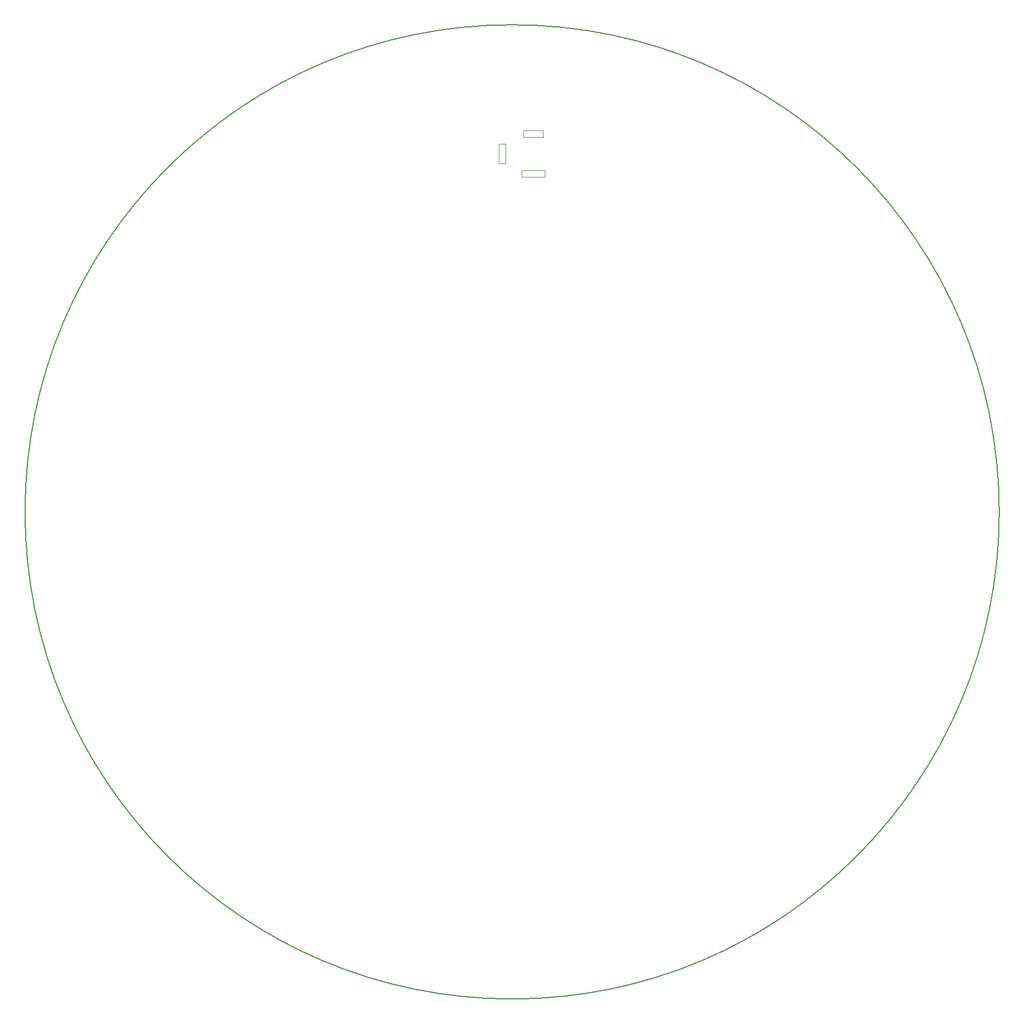
<source format=gm1>
G04 #@! TF.GenerationSoftware,KiCad,Pcbnew,(5.0.0)*
G04 #@! TF.CreationDate,2019-02-17T15:18:15-05:00*
G04 #@! TF.ProjectId,control board power,636F6E74726F6C20626F61726420706F,rev?*
G04 #@! TF.SameCoordinates,Original*
G04 #@! TF.FileFunction,Profile,NP*
%FSLAX46Y46*%
G04 Gerber Fmt 4.6, Leading zero omitted, Abs format (unit mm)*
G04 Created by KiCad (PCBNEW (5.0.0)) date 02/17/19 15:18:15*
%MOMM*%
%LPD*%
G01*
G04 APERTURE LIST*
%ADD10C,0.200000*%
G04 #@! TA.AperFunction,NonConductor*
%ADD11C,0.000100*%
G04 #@! TD*
G04 APERTURE END LIST*
D10*
X175260000Y-102362000D02*
G75*
G03X175260000Y-102362000I-73660000J0D01*
G01*
D11*
G04 #@! TO.C,J3*
X100575000Y-46681000D02*
X100575000Y-49681000D01*
X99575000Y-46681000D02*
X100575000Y-46681000D01*
X99575000Y-49681000D02*
X99575000Y-46681000D01*
X100575000Y-49681000D02*
X99575000Y-49681000D01*
X103275000Y-44681000D02*
X106275000Y-44681000D01*
X103275000Y-45681000D02*
X103275000Y-44681000D01*
X106275000Y-45681000D02*
X103275000Y-45681000D01*
X106275000Y-44681000D02*
X106275000Y-45681000D01*
X103025000Y-50681000D02*
X106525000Y-50681000D01*
X103025000Y-51681000D02*
X103025000Y-50681000D01*
X106525000Y-51681000D02*
X103025000Y-51681000D01*
X106525000Y-50681000D02*
X106525000Y-51681000D01*
G04 #@! TD*
M02*

</source>
